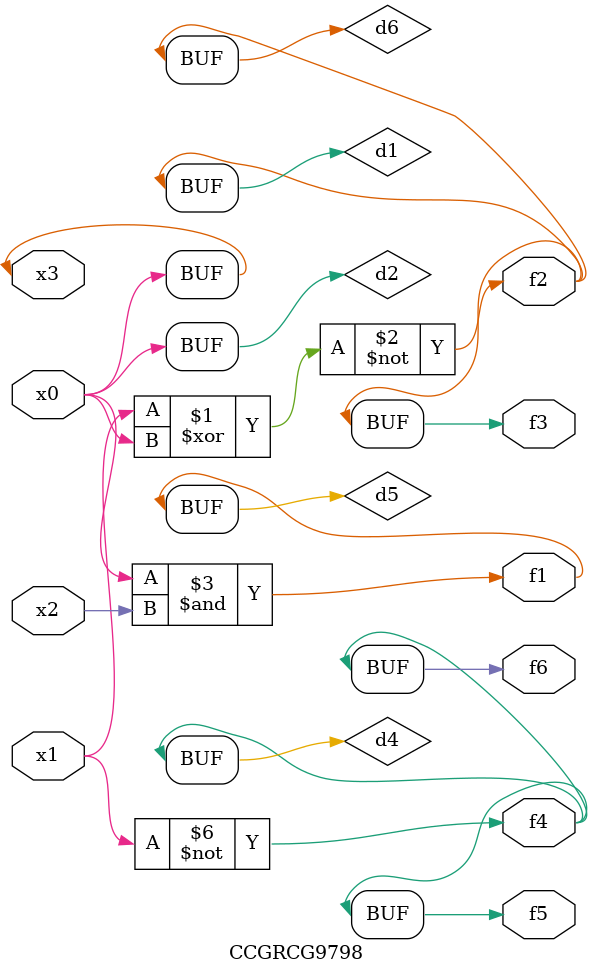
<source format=v>
module CCGRCG9798(
	input x0, x1, x2, x3,
	output f1, f2, f3, f4, f5, f6
);

	wire d1, d2, d3, d4, d5, d6;

	xnor (d1, x1, x3);
	buf (d2, x0, x3);
	nand (d3, x0, x2);
	not (d4, x1);
	nand (d5, d3);
	or (d6, d1);
	assign f1 = d5;
	assign f2 = d6;
	assign f3 = d6;
	assign f4 = d4;
	assign f5 = d4;
	assign f6 = d4;
endmodule

</source>
